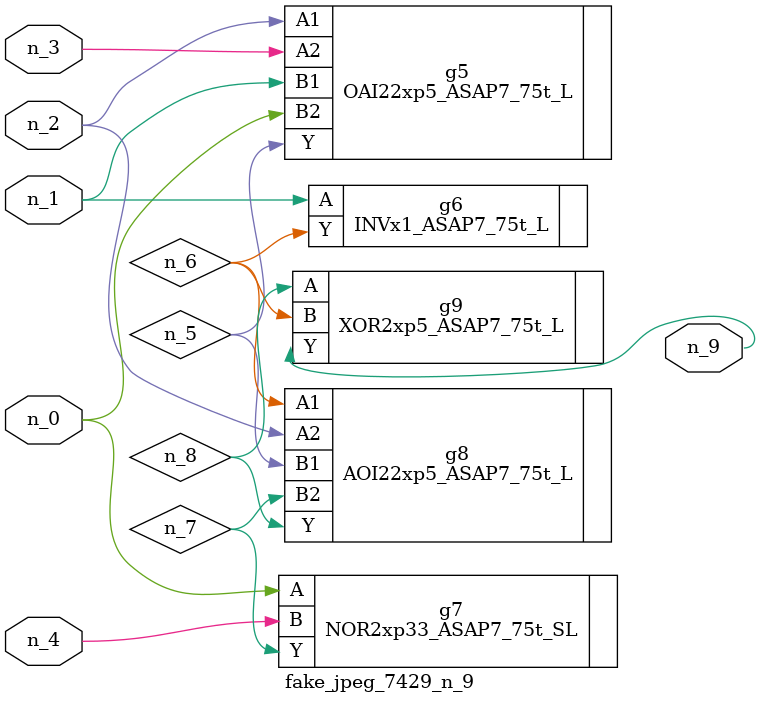
<source format=v>
module fake_jpeg_7429_n_9 (n_3, n_2, n_1, n_0, n_4, n_9);

input n_3;
input n_2;
input n_1;
input n_0;
input n_4;

output n_9;

wire n_8;
wire n_6;
wire n_5;
wire n_7;

OAI22xp5_ASAP7_75t_L g5 ( 
.A1(n_2),
.A2(n_3),
.B1(n_1),
.B2(n_0),
.Y(n_5)
);

INVx1_ASAP7_75t_L g6 ( 
.A(n_1),
.Y(n_6)
);

NOR2xp33_ASAP7_75t_SL g7 ( 
.A(n_0),
.B(n_4),
.Y(n_7)
);

AOI22xp5_ASAP7_75t_L g8 ( 
.A1(n_6),
.A2(n_2),
.B1(n_5),
.B2(n_7),
.Y(n_8)
);

XOR2xp5_ASAP7_75t_L g9 ( 
.A(n_8),
.B(n_6),
.Y(n_9)
);


endmodule
</source>
